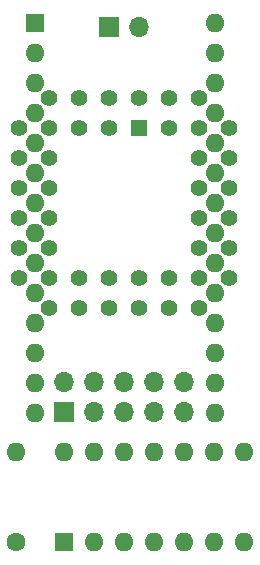
<source format=gts>
G04 #@! TF.GenerationSoftware,KiCad,Pcbnew,(5.1.9)-1*
G04 #@! TF.CreationDate,2023-07-11T19:38:37+01:00*
G04 #@! TF.ProjectId,ezPLA,657a504c-412e-46b6-9963-61645f706362,v2.0*
G04 #@! TF.SameCoordinates,Original*
G04 #@! TF.FileFunction,Soldermask,Top*
G04 #@! TF.FilePolarity,Negative*
%FSLAX46Y46*%
G04 Gerber Fmt 4.6, Leading zero omitted, Abs format (unit mm)*
G04 Created by KiCad (PCBNEW (5.1.9)-1) date 2023-07-11 19:38:37*
%MOMM*%
%LPD*%
G01*
G04 APERTURE LIST*
%ADD10O,1.600000X1.600000*%
%ADD11R,1.600000X1.600000*%
%ADD12O,1.700000X1.700000*%
%ADD13R,1.700000X1.700000*%
%ADD14C,1.422400*%
%ADD15R,1.422400X1.422400*%
%ADD16C,1.600000*%
G04 APERTURE END LIST*
D10*
X155467600Y-102617000D03*
X140227600Y-135637000D03*
X155467600Y-105157000D03*
X140227600Y-133097000D03*
X155467600Y-107697000D03*
X140227600Y-130557000D03*
X155467600Y-110237000D03*
X140227600Y-128017000D03*
X155467600Y-112777000D03*
X140227600Y-125477000D03*
X155467600Y-115317000D03*
X140227600Y-122937000D03*
X155467600Y-117857000D03*
X140227600Y-120397000D03*
X155467600Y-120397000D03*
X140227600Y-117857000D03*
X155467600Y-122937000D03*
X140227600Y-115317000D03*
X155467600Y-125477000D03*
X140227600Y-112777000D03*
X155467600Y-128017000D03*
X140227600Y-110237000D03*
X155467600Y-130557000D03*
X140227600Y-107697000D03*
X155467600Y-133097000D03*
X140227600Y-105157000D03*
X155467600Y-135637000D03*
D11*
X140227600Y-102617000D03*
D12*
X149000000Y-103000000D03*
D13*
X146460000Y-103000000D03*
D14*
X156620000Y-111500000D03*
X156620000Y-114040000D03*
X156620000Y-116580000D03*
X156620000Y-119120000D03*
X156620000Y-121660000D03*
X154080000Y-108960000D03*
X154080000Y-114040000D03*
X154080000Y-116580000D03*
X154080000Y-119120000D03*
X154080000Y-121660000D03*
X154080000Y-124200000D03*
X154080000Y-126740000D03*
X151540000Y-126740000D03*
X149000000Y-126740000D03*
X146460000Y-126740000D03*
X143920000Y-126740000D03*
X141380000Y-126740000D03*
X156620000Y-124200000D03*
X151540000Y-124200000D03*
X149000000Y-124200000D03*
X146460000Y-124200000D03*
X143920000Y-124200000D03*
X141380000Y-124200000D03*
X138840000Y-124200000D03*
X138840000Y-121660000D03*
X138840000Y-119120000D03*
X138840000Y-116580000D03*
X138840000Y-114040000D03*
X138840000Y-111500000D03*
X141380000Y-121660000D03*
X141380000Y-119120000D03*
X141380000Y-116580000D03*
X141380000Y-114040000D03*
X141380000Y-111500000D03*
X151540000Y-108960000D03*
X149000000Y-108960000D03*
X141380000Y-108960000D03*
X143920000Y-108960000D03*
X146460000Y-108960000D03*
X154080000Y-111500000D03*
X151540000Y-111500000D03*
X143920000Y-111500000D03*
X146460000Y-111500000D03*
D15*
X149000000Y-111500000D03*
D13*
X142710000Y-135540000D03*
D12*
X142710000Y-133000000D03*
X145250000Y-135540000D03*
X145250000Y-133000000D03*
X147790000Y-135540000D03*
X147790000Y-133000000D03*
X150330000Y-135540000D03*
X150330000Y-133000000D03*
X152870000Y-135540000D03*
X152870000Y-133000000D03*
D16*
X138575000Y-146575000D03*
D10*
X138575000Y-138955000D03*
D11*
X142675000Y-146525000D03*
D10*
X157915000Y-138905000D03*
X145215000Y-146525000D03*
X155375000Y-138905000D03*
X147755000Y-146525000D03*
X152835000Y-138905000D03*
X150295000Y-146525000D03*
X150295000Y-138905000D03*
X152835000Y-146525000D03*
X147755000Y-138905000D03*
X155375000Y-146525000D03*
X145215000Y-138905000D03*
X157915000Y-146525000D03*
X142675000Y-138905000D03*
M02*

</source>
